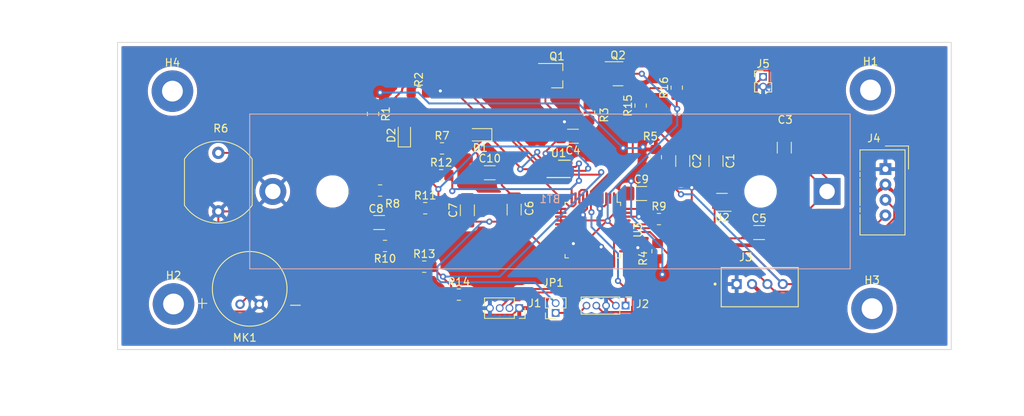
<source format=kicad_pcb>
(kicad_pcb (version 20211014) (generator pcbnew)
  (layers (0 "F.Cu" signal) (31 "B.Cu" signal) (34 "B.Paste" user) (35 "F.Paste" user) (36 "B.SilkS" user "B.Silkscreen") (37 "F.SilkS" user "F.Silkscreen") (38 "B.Mask" user) (39 "F.Mask" user) (44 "Edge.Cuts" user))
  (net 0 "")
  (net 1 "V_bat")
  (net 2 "NRST")
  (net 3 "Net-(C8-Pad1)")
  (net 4 "Net-(C8-Pad2)")
  (net 5 "Vpr")
  (net 6 "Net-(D1-Pad2)")
  (net 7 "Net-(D2-Pad1)")
  (net 8 "SDI")
  (net 9 "SWDIO")
  (net 10 "SWCLK")
  (net 11 "Net-(J2-Pad5)")
  (net 12 "SCL")
  (net 13 "SDA")
  (net 15 "Net-(R1-Pad2)")
  (net 16 "Net-(R6-Pad1)")
  (net 17 "Net-(R9-Pad1)")
  (net 18 "Net-(R11-Pad2)")
  (net 19 "MIC")
  (net 20 "Net-(R13-Pad2)")
  (net 21 "3.3V")
  (net 22 "3.3V_SENS")
  (net 23 "SENSORS_EN")
  (net 24 "Net-(Q1-Pad3)")
  (net 26 "GND")
  (net 27 "SDO")
  (net 28 "Net-(U3-Pad32)")
  (footprint "Capacitor_SMD:C_1206_3216Metric_Pad1.33x1.80mm_HandSolder" (layer "F.Cu") (at 147.24 76.22)
    (fp_text reference "C10")
    (fp_text value "0.1u" hide)
  )
  (footprint "Package_DFN_QFN:DFN-8-1EP_3x2mm_P0.5mm_EP1.75x1.45mm" (layer "F.Cu") (at 156.18 75.72)
    (fp_text reference "U1")
    (fp_text value "MCP6002-xMC" hide)
  )
  (footprint "Capacitor_SMD:C_1206_3216Metric_Pad1.33x1.80mm_HandSolder" (layer "F.Cu") (at 150.41 81.01 90)
    (fp_text reference "C6")
    (fp_text value "0.1u" hide)
  )
  (footprint "Connector:NS-Tech_Grove_1x04_P2mm_Vertical" (layer "F.Cu") (at 198.6375 75.7475)
    (fp_text reference "J4")
    (fp_text value "AM2320")
  )
  (footprint "Capacitor_SMD:C_1206_3216Metric_Pad1.33x1.80mm_HandSolder" (layer "F.Cu") (at 158.05 71.48 180)
    (fp_text reference "C4")
    (fp_text value "0.1u" hide)
  )
  (footprint "Resistor_SMD:R_0805_2012Metric_Pad1.20x1.40mm_HandSolder" (layer "F.Cu") (at 138.03 65.76)
    (fp_text reference "R2")
    (fp_text value "10k" hide)
  )
  (footprint "Resistor_SMD:R_0805_2012Metric_Pad1.20x1.40mm_HandSolder" (layer "F.Cu") (at 138.86 80.83)
    (fp_text reference "R11")
    (fp_text value "1k" hide)
  )
  (footprint "Resistor_SMD:R_0805_2012Metric_Pad1.20x1.40mm_HandSolder" (layer "F.Cu") (at 133 78.53 180)
    (fp_text reference "R8")
    (fp_text value "1k" hide)
  )
  (footprint "Resistor_SMD:R_0805_2012Metric_Pad1.20x1.40mm_HandSolder" (layer "F.Cu") (at 160.13 68.39 -90)
    (fp_text reference "R3")
    (fp_text value "10k" hide)
  )
  (footprint "Package_TO_SOT_SMD:SOT-23" (layer "F.Cu") (at 163.9 63.36)
    (fp_text reference "Q2")
    (fp_text value "SI2301DS" hide)
  )
  (footprint "Resistor_SMD:R_0805_2012Metric_Pad1.20x1.40mm_HandSolder" (layer "F.Cu") (at 171.53 65.17 90)
    (fp_text reference "R16")
    (fp_text value "100k" hide)
  )
  (footprint "Diode_SMD:D_SOD-110" (layer "F.Cu") (at 136.15 71.36 90)
    (fp_text reference "D2")
    (fp_text value "1N4728" hide)
  )
  (footprint "Resistor_SMD:R_0805_2012Metric_Pad1.20x1.40mm_HandSolder" (layer "F.Cu") (at 166.84 67.49 90)
    (fp_text reference "R15")
    (fp_text value "10k" hide)
  )
  (footprint "Resistor_SMD:R_0805_2012Metric_Pad1.20x1.40mm_HandSolder" (layer "F.Cu") (at 140.93 76.55)
    (fp_text reference "R12")
    (fp_text value "1k" hide)
  )
  (footprint "Connector_PinHeader_1.27mm:PinHeader_1x05_P1.27mm_Vertical" (layer "F.Cu") (at 164.89 93.48 -90)
    (fp_text reference "J2")
    (fp_text value "SWD")
  )
  (footprint "MountingHole:MountingHole_2.7mm_M2.5_Pad" (layer "F.Cu") (at 196.9 93.87)
    (fp_text reference "H3")
    (fp_text value "MountingHole" hide)
  )
  (footprint "Capacitor_SMD:C_1206_3216Metric_Pad1.33x1.80mm_HandSolder" (layer "F.Cu") (at 182.23 83.99)
    (fp_text reference "C5")
    (fp_text value "1u" hide)
  )
  (footprint "Package_TO_SOT_SMD:SOT-23_Handsoldering" (layer "F.Cu") (at 155.97 63.61)
    (fp_text reference "Q1")
    (fp_text value "SI2300DS" hide)
  )
  (footprint "Capacitor_SMD:C_1206_3216Metric_Pad1.33x1.80mm_HandSolder" (layer "F.Cu") (at 166.93 78.92)
    (fp_text reference "C9")
    (fp_text value "1u" hide)
  )
  (footprint "Resistor_SMD:R_0805_2012Metric_Pad1.20x1.40mm_HandSolder" (layer "F.Cu") (at 143.23 92.05)
    (fp_text reference "R14")
    (fp_text value "22k" hide)
  )
  (footprint "Resistor_SMD:R_0805_2012Metric_Pad1.20x1.40mm_HandSolder" (layer "F.Cu") (at 169.04 86.41 90)
    (fp_text reference "R4")
    (fp_text value "10k" hide)
  )
  (footprint "Capacitor_SMD:C_1206_3216Metric_Pad1.33x1.80mm_HandSolder" (layer "F.Cu") (at 185.5 72.96 -90)
    (fp_text reference "C3")
    (fp_text value "1u" hide)
  )
  (footprint "Capacitor_SMD:C_1206_3216Metric_Pad1.33x1.80mm_HandSolder" (layer "F.Cu") (at 172.31 74.7 -90)
    (fp_text reference "C2")
    (fp_text value "4.7u" hide)
  )
  (footprint "Resistor_SMD:R_0805_2012Metric_Pad1.20x1.40mm_HandSolder" (layer "F.Cu") (at 133.63 85.73 180)
    (fp_text reference "R10")
    (fp_text value "1k" hide)
  )
  (footprint "MountingHole:MountingHole_2.7mm_M2.5_Pad" (layer "F.Cu") (at 106.02 65.62)
    (fp_text reference "H4")
    (fp_text value "MountingHole" hide)
  )
  (footprint "Connector_PinSocket_1.27mm:PinSocket_1x04_P1.27mm_Vertical" (layer "F.Cu") (at 151.07 93.805 -90)
    (fp_text reference "J1")
    (fp_text value "zigbee connector")
  )
  (footprint "Resistor_SMD:R_0805_2012Metric_Pad1.20x1.40mm_HandSolder" (layer "F.Cu") (at 168.81 74.2 -90)
    (fp_text reference "R5")
    (fp_text value "10k" hide)
  )
  (footprint "microphone:MIC_AOM-6738P-R" (layer "F.Cu") (at 116.055 91.3 180)
    (fp_text reference "MK1")
    (fp_text value "AOM-6738P-R")
  )
  (footprint "Resistor_SMD:R_0805_2012Metric_Pad1.20x1.40mm_HandSolder" (layer "F.Cu") (at 132.08 68.58 -90)
    (fp_text reference "R1")
    (fp_text value "100k" hide)
  )
  (footprint "Package_TO_SOT_SMD:SOT-353_SC-70-5" (layer "F.Cu") (at 177.4 80.06 180)
    (fp_text reference "U2")
    (fp_text value "MIC5365-3.3YC5" hide)
  )
  (footprint "Capacitor_SMD:C_1206_3216Metric_Pad1.33x1.80mm_HandSolder" (layer "F.Cu") (at 176.63 74.7 -90)
    (fp_text reference "C1")
    (fp_text value "1u" hide)
  )
  (footprint "Resistor_SMD:R_0805_2012Metric_Pad1.20x1.40mm_HandSolder" (layer "F.Cu") (at 169.22 82.24)
    (fp_text reference "R9")
    (fp_text value "10k" hide)
  )
  (footprint "Resistor_SMD:R_0805_2012Metric_Pad1.20x1.40mm_HandSolder" (layer "F.Cu") (at 141.04 73.06)
    (fp_text reference "R7")
    (fp_text value "100k" hide)
  )
  (footprint "Package_QFP:LQFP-48_7x7mm_P0.5mm" (layer "F.Cu") (at 160.63 83.67 -90)
    (fp_text reference "U3")
    (fp_text value "STM32L051C8Tx" hide)
  )
  (footprint "Connector_PinSocket_1.27mm:PinSocket_1x02_P1.27mm_Vertical" (layer "F.Cu") (at 155.805 94.425 180)
    (fp_text reference "JP1")
    (fp_text value "3.3v Jumper" hide)
  )
  (footprint "MountingHole:MountingHole_2.7mm_M2.5_Pad" (layer "F.Cu") (at 196.7 65.47)
    (fp_text reference "H1")
    (fp_text value "MountingHole" hide)
  )
  (footprint "Resistor_SMD:R_0805_2012Metric_Pad1.20x1.40mm_HandSolder" (layer "F.Cu") (at 138.73 88.42)
    (fp_text reference "R13")
    (fp_text value "22k" hide)
  )
  (footprint "Connector_PinHeader_1.27mm:PinHeader_1x02_P1.27mm_Vertical" (layer "F.Cu") (at 182.75 63.76)
    (fp_text reference "J5")
    (fp_text value "Lithium_battery_conn" hide)
  )
  (footprint "1x4 grove:SEEED_110990030" (layer "F.Cu") (at 182.31 90.68)
    (fp_text reference "J3")
    (fp_text value "110990030")
  )
  (footprint "Capacitor_SMD:C_1206_3216Metric_Pad1.33x1.80mm_HandSolder" (layer "F.Cu") (at 144.33 81.1 90)
    (fp_text reference "C7")
    (fp_text value "0.1u" hide)
  )
  (footprint "Capacitor_SMD:C_1206_3216Metric_Pad1.33x1.80mm_HandSolder" (layer "F.Cu") (at 132.87 82.69)
    (fp_text reference "C8")
    (fp_text value "1u" hide)
  )
  (footprint "OptoDevice:R_LDR_10x8.5mm_P7.6mm_Vertical" (layer "F.Cu") (at 111.98 73.64 -90)
    (fp_text reference "R6")
    (fp_text value "LDR03")
  )
  (footprint "Diode_SMD:D_SOD-110" (layer "F.Cu") (at 146.01 71.29 180)
    (fp_text reference "D1")
    (fp_text value "1N4728" hide)
  )
  (footprint "MountingHole:MountingHole_2.7mm_M2.5_Pad" (layer "F.Cu") (at 106.16 93.27)
    (fp_text reference "H2")
    (fp_text value "MountingHole" hide)
  )
  (footprint "Battery:BatteryHolder_MPD_BH-18650-PC2" (layer "B.Cu") (at 191.06 78.65 180)
    (fp_text reference "BT1")
    (fp_text value "Battery_Cell")
  )
  (gr_rect (start 98.89 59.28) (end 207.19 99.19) (layer "Edge.Cuts") (width 0.1) (fill none))
  (segment (start 178.35 80.71) (end 179.263173 80.71) (width 0.25) (layer "F.Cu") (net 1))
  (segment (start 184.495 85.215) (end 191.06 78.65) (width 0.25) (layer "F.Cu") (net 1))
  (segment (start 181.925 67.8225) (end 185.5 71.3975) (width 0.25) (layer "F.Cu") (net 1))
  (segment (start 182.805 84.251827) (end 182.805 84.878173) (width 0.25) (layer "F.Cu") (net 1))
  (segment (start 176.63 73.1375) (end 179.0025 75.51) (width 0.25) (layer "F.Cu") (net 1))
  (segment (start 181.925 64.585) (end 181.925 67.8225) (width 0.25) (layer "F.Cu") (net 1))
  (segment (start 183.141827 85.215) (end 184.495 85.215) (width 0.25) (layer "F.Cu") (net 1))
  (segment (start 179.263173 80.71) (end 182.805 84.251827) (width 0.25) (layer "F.Cu") (net 1))
  (segment (start 176.63 73.1375) (end 172.31 73.1375) (width 0.25) (layer "F.Cu") (net 1))
  (segment (start 182.75 63.76) (end 181.925 64.585) (width 0.25) (layer "F.Cu") (net 1))
  (segment (start 191.06 78.65) (end 191.06 76.9575) (width 0.25) (layer "F.Cu") (net 1))
  (segment (start 187.92 75.51) (end 191.06 78.65) (width 0.25) (layer "F.Cu") (net 1))
  (segment (start 178.35 79.41) (end 178.35 74.8575) (width 0.25) (layer "F.Cu") (net 1))
  (segment (start 179.0025 75.51) (end 187.92 75.51) (width 0.25) (layer "F.Cu") (net 1))
  (segment (start 178.35 74.8575) (end 176.63 73.1375) (width 0.25) (layer "F.Cu") (net 1))
  (segment (start 182.805 84.878173) (end 183.141827 85.215) (width 0.25) (layer "F.Cu") (net 1))
  (segment (start 191.06 76.9575) (end 185.5 71.3975) (width 0.25) (layer "F.Cu") (net 1))
  (segment (start 160.38 81.28) (end 160.45 81.35) (width 0.25) (layer "F.Cu") (net 2))
  (segment (start 160.38 79.5075) (end 160.38 78.65) (width 0.25) (layer "F.Cu") (net 2))
  (segment (start 160.38 78.65) (end 162.65 76.38) (width 0.25) (layer "F.Cu") (net 2))
  (segment (start 164.89 93.48) (end 164.89 91.26) (width 0.25) (layer "F.Cu") (net 2))
  (segment (start 160.38 79.5075) (end 160.38 81.28) (width 0.25) (layer "F.Cu") (net 2))
  (segment (start 159.6125 70.3575) (end 159.97 70) (width 0.25) (layer "F.Cu") (net 2))
  (segment (start 163.48 75.3475) (end 159.6125 71.48) (width 0.25) (layer "F.Cu") (net 2))
  (segment (start 163.48 76.38) (end 163.48 75.3475) (width 0.25) (layer "F.Cu") (net 2))
  (segment (start 159.6125 71.48) (end 159.6125 70.3575) (width 0.25) (layer "F.Cu") (net 2))
  (segment (start 162.65 76.38) (end 163.48 76.38) (width 0.25) (layer "F.Cu") (net 2))
  (segment (start 164.89 91.26) (end 163.9 90.27) (width 0.25) (layer "F.Cu") (net 2))
  (via (at 163.9 90.27) (size 0.8) (drill 0.4) (layers "F.Cu" "B.Cu") (net 2))
  (via (at 160.45 81.35) (size 0.8) (drill 0.4) (layers "F.Cu" "B.Cu") (net 2))
  (segment (start 163.9 90.27) (end 163.9 86.715305) (width 0.25) (layer "B.Cu") (net 2))
  (segment (start 163.9 86.715305) (end 160.45 83.265305) (width 0.25) (layer "B.Cu") (net 2))
  (segment (start 160.45 83.265305) (end 160.45 81.35) (width 0.25) (layer "B.Cu") (net 2))
  (segment (start 122.375 85.73) (end 132.63 85.73) (width 0.25) (layer "F.Cu") (net 3))
  (segment (start 132.63 84.0125) (end 132.63 85.73) (width 0.25) (layer "F.Cu") (net 3))
  (segment (start 114.805 93.3) (end 122.375 85.73) (width 0.25) (layer "F.Cu") (net 3))
  (segment (start 131.3075 82.69) (end 132.63 84.0125) (width 0.25) (layer "F.Cu") (net 3))
  (segment (start 136.2925 80.83) (end 137.86 80.83) (width 0.25) (layer "F.Cu") (net 4))
  (segment (start 134.4325 82.69) (end 136.2925 80.83) (width 0.25) (layer "F.Cu") (net 4))
  (segment (start 152.73 75.76) (end 151.2 75.76) (width 0.25) (layer "F.Cu") (net 5))
  (segment (start 153.41 73.875) (end 153.41 73.53) (width 0.25) (layer "F.Cu") (net 5))
  (segment (start 145.19 73.06) (end 146.96 71.29) (width 0.25) (layer "F.Cu") (net 5))
  (segment (start 158.120685 80.57) (end 157.54 80.57) (width 0.25) (layer "F.Cu") (net 5))
  (segment (start 142.04 73.06) (end 145.19 73.06) (width 0.25) (layer "F.Cu") (net 5))
  (segment (start 158.38 80.310685) (end 158.120685 80.57) (width 0.25) (layer "F.Cu") (net 5))
  (segment (start 158.38 79.5075) (end 158.38 80.310685) (width 0.25) (layer "F.Cu") (net 5))
  (segment (start 145.6775 73.8375) (end 145.03 73.19) (width 0.25) (layer "F.Cu") (net 5))
  (segment (start 146.96 71.29) (end 151.2 75.53) (width 0.25) (layer "F.Cu") (net 5))
  (segment (start 145.6775 76.22) (end 145.6775 73.8375) (width 0.25) (layer "F.Cu") (net 5))
  (segment (start 154.505 74.97) (end 153.41 73.875) (width 0.25) (layer "F.Cu") (net 5))
  (segment (start 154.73 74.97) (end 154.505 74.97) (width 0.25) (layer "F.Cu") (net 5))
  (segment (start 157.54 80.57) (end 152.73 75.76) (width 0.25) (layer "F.Cu") (net 5))
  (segment (start 151.2 75.53) (end 151.2 75.76) (width 0.25) (layer "F.Cu") (net 5))
  (via (at 151.2 75.76) (size 0.8) (drill 0.4) (layers "F.Cu" "B.Cu") (net 5))
  (via (at 153.41 73.53) (size 0.8) (drill 0.4) (layers "F.Cu" "B.Cu") (net 5))
  (segment (start 153.41 73.55) (end 151.6 75.36) (width 0.25) (layer "B.Cu") (net 5))
  (segment (start 151.6 75.36) (end 151.3 75.66) (width 0.25) (layer "B.Cu") (net 5))
  (segment (start 153.41 73.53) (end 153.41 73.55) (width 0.25) (layer "B.Cu") (net 5))
  (segment (start 151.3 75.66) (end 151.11 75.66) (width 0.25) (layer "B.Cu") (net 5))
  (segment (start 145.06 71.29) (end 144.05 70.28) (width 0.25) (layer "F.Cu") (net 6))
  (segment (start 136.28 70.28) (end 136.15 70.41) (width 0.25) (layer "F.Cu") (net 6))
  (segment (start 144.05 70.28) (end 136.28 70.28) (width 0.25) (layer "F.Cu") (net 6))
  (segment (start 136.891827 64.285) (end 135.85 65.326827) (width 0.25) (layer "F.Cu") (net 7))
  (segment (start 154.166396 75.445) (end 143.006396 64.285) (width 0.25) (layer "F.Cu") (net 7))
  (segment (start 154.725 75.445) (end 154.166396 75.445) (width 0.25) (layer "F.Cu") (net 7))
  (segment (start 154.73 75.47) (end 154.73 75.45) (width 0.25) (layer "F.Cu") (net 7))
  (segment (start 154.73 75.45) (end 154.725 75.445) (width 0.25) (layer "F.Cu") (net 7))
  (segment (start 131.055 70.168173) (end 133.196827 72.31) (width 0.25) (layer "F.Cu") (net 7))
  (segment (start 135.85 65.326827) (end 135.85 65.573173) (width 0.25) (layer "F.Cu") (net 7))
  (segment (start 133.196827 72.31) (end 136.15 72.31) (width 0.25) (layer "F.Cu") (net 7))
  (segment (start 136.15 74.38) (end 132 78.53) (width 0.25) (layer "F.Cu") (net 7))
  (segment (start 132.768173 68.655) (end 131.391827 68.655) (width 0.25) (layer "F.Cu") (net 7))
  (segment (start 131.391827 68.655) (end 131.055 68.991827) (width 0.25) (layer "F.Cu") (net 7))
  (segment (start 135.85 65.573173) (end 132.768173 68.655) (width 0.25) (layer "F.Cu") (net 7))
  (segment (start 136.15 72.31) (end 136.15 74.38) (width 0.25) (layer "F.Cu") (net 7))
  (segment (start 131.055 68.991827) (end 131.055 70.168173) (width 0.25) (layer "F.Cu") (net 7))
  (segment (start 143.006396 64.285) (end 136.891827 64.285) (width 0.25) (layer "F.Cu") (net 7))
  (segment (start 151.811802 91.451802) (end 151.943604 91.32) (width 0.25) (layer "F.Cu") (net 8))
  (segment (start 148.53 93.805) (end 150.883198 91.451802) (width 0.25) (layer "F.Cu") (net 8))
  (segment (start 160.38 88.73) (end 160.38 87.8325) (width 0.25) (layer "F.Cu") (net 8))
  (segment (start 157.79 91.32) (end 160.38 88.73) (width 0.25) (layer "F.Cu") (net 8))
  (segment (start 151.943604 91.32) (end 157.79 91.32) (width 0.25) (layer "F.Cu") (net 8))
  (segment (start 150.883198 91.451802) (end 151.811802 91.451802) (width 0.25) (layer "F.Cu") (net 8))
  (segment (start 162.38 87.8325) (end 162.38 92.24) (width 0.25) (layer "F.Cu") (net 9))
  (segment (start 162.38 92.24) (end 163.62 93.48) (width 0.25) (layer "F.Cu") (net 9))
  (segment (start 165.72 89.12) (end 164.7925 88.1925) (width 0.25) (layer "F.Cu") (net 10))
  (segment (start 165.715 94.305) (end 165.72 94.3) (width 0.25) (layer "F.Cu") (net 10))
  (segment (start 161.08 93.48) (end 161.905 94.305) (width 0.25) (layer "F.Cu") (net 10))
  (segment (start 165.72 94.3) (end 165.72 89.12) (width 0.25) (layer "F.Cu") (net 10))
  (segment (start 161.905 94.305) (end 165.715 94.305) (width 0.25) (layer "F.Cu") (net 10))
  (segment (start 164.7925 88.1925) (end 164.7925 86.42) (width 0.25) (layer "F.Cu") (net 10))
  (segment (start 155.805 94.425) (end 158.865 94.425) (width 0.25) (layer "F.Cu") (net 11))
  (segment (start 158.865 94.425) (end 159.81 93.48) (width 0.25) (layer "F.Cu") (net 11))
  (segment (start 199.78 80.89) (end 198.6375 79.7475) (width 0.25) (layer "F.Cu") (net 12))
  (segment (start 170.59 86.96) (end 179.59 86.96) (width 0.25) (layer "F.Cu") (net 12))
  (segment (start 169.04 84.91) (end 168.05 83.92) (width 0.25) (layer "F.Cu") (net 12))
  (segment (start 179.59 86.96) (end 183.31 90.68) (width 0.25) (layer "F.Cu") (net 12))
  (segment (start 169.04 85.41) (end 169.04 84.91) (width 0.25) (layer "F.Cu") (net 12))
  (segment (start 199.78 82.142251) (end 199.78 80.89) (width 0.25) (layer "F.Cu") (net 12))
  (segment (start 184.289 91.659) (end 190.263251 91.659) (width 0.25) (layer "F.Cu") (net 12))
  (segment (start 183.31 90.68) (end 184.289 91.659) (width 0.25) (layer "F.Cu") (net 12))
  (segment (start 169.04 85.41) (end 170.59 86.96) (width 0.25) (layer "F.Cu") (net 12))
  (segment (start 190.263251 91.659) (end 199.78 82.142251) (width 0.25) (layer "F.Cu") (net 12))
  (segment (start 168.05 83.92) (end 164.7925 83.92) (width 0.25) (layer "F.Cu") (net 12))
  (segment (start 181.14 86.51) (end 185.31 90.68) (width 0.25) (layer "F.Cu") (net 13))
  (segment (start 169.143604 83.42) (end 172.233604 86.51) (width 0.25) (layer "F.Cu") (net 13))
  (segment (start 168.81 75.75) (end 172.08 79.02) (width 0.25) (layer "F.Cu") (net 13))
  (segment (start 164.7925 83.42) (end 169.143604 83.42) (width 0.25) (layer "F.Cu") (net 13))
  (segment (start 172.233604 86.51) (end 181.14 86.51) (width 0.25) (layer "F.Cu") (net 13))
  (segment (start 189.705 90.68) (end 198.6375 81.7475) (width 0.25) (layer "F.Cu") (net 13))
  (segment (start 185.31 90.68) (end 189.705 90.68) (width 0.25) (layer "F.Cu") (net 13))
  (segment (start 168.81 75.2) (end 168.81 75.75) (width 0.25) (layer "F.Cu") (net 13))
  (via (at 172.08 79.02) (size 0.8) (drill 0.4) (layers "F.Cu" "B.Cu") (net 13))
  (segment (start 172.08 79.02) (end 173.65 79.02) (width 0.25) (layer "B.Cu") (net 13))
  (segment (start 173.65 79.02) (end 185.31 90.68) (width 0.25) (layer "B.Cu") (net 13))
  (segment (start 147.665 69.58) (end 154.055 75.97) (width 0.25) (layer "F.Cu") (net 15))
  (segment (start 137.03 65.76) (end 138.055 64.735) (width 0.25) (layer "F.Cu") (net 15))
  (segment (start 154.055 75.97) (end 154.73 75.97) (width 0.25) (layer "F.Cu") (net 15))
  (segment (start 141.795 64.735) (end 146.64 69.58) (width 0.25) (layer "F.Cu") (net 15))
  (segment (start 146.64 69.58) (end 147.665 69.58) (width 0.25) (layer "F.Cu") (net 15))
  (segment (start 138.055 64.735) (end 141.795 64.735) (width 0.25) (layer "F.Cu") (net 15))
  (segment (start 132.08 69.58) (end 146.64 69.58) (width 0.25) (layer "F.Cu") (net 15))
  (segment (start 132.975 79.555) (end 134 78.53) (width 0.25) (layer "F.Cu") (net 16))
  (segment (start 125.496827 73.64) (end 131.411827 79.555) (width 0.25) (layer "F.Cu") (net 16))
  (segment (start 131.411827 79.555) (end 132.975 79.555) (width 0.25) (layer "F.Cu") (net 16))
  (segment (start 134 78.53) (end 139.47 73.06) (width 0.25) (layer "F.Cu") (net 16))
  (segment (start 111.98 73.64) (end 125.496827 73.64) (width 0.25) (layer "F.Cu") (net 16))
  (segment (start 139.47 73.06) (end 140.04 73.06) (width 0.25) (layer "F.Cu") (net 16))
  (segment (start 167.54 82.92) (end 168.22 82.24) (width 0.25) (layer "F.Cu") (net 17))
  (segment (start 164.7925 82.92) (end 167.54 82.92) (width 0.25) (layer "F.Cu") (net 17))
  (segment (start 139.93 76.55) (end 139.93 77.71) (width 0.25) (layer "F.Cu") (net 18))
  (segment (start 139.93 77.71) (end 140.57 78.35) (width 0.25) (layer "F.Cu") (net 18))
  (segment (start 140.57 78.35) (end 140.57 80.12) (width 0.25) (layer "F.Cu") (net 18))
  (segment (start 140.57 80.12) (end 139.86 80.83) (width 0.25) (layer "F.Cu") (net 18))
  (segment (start 157.63 75.97) (end 159.72 75.97) (width 0.25) (layer "F.Cu") (net 18))
  (segment (start 159.72 75.97) (end 160.02 75.67) (width 0.25) (layer "F.Cu") (net 18))
  (via (at 160.02 75.67) (size 0.8) (drill 0.4) (layers "F.Cu" "B.Cu") (net 18))
  (via (at 140.57 78.35) (size 0.8) (drill 0.4) (layers "F.Cu" "B.Cu") (net 18))
  (segment (start 157.640305 72.805) (end 160.02 75.184695) (width 0.25) (layer "B.Cu") (net 18))
  (segment (start 140.57 78.35) (end 146.115 72.805) (width 0.25) (layer "B.Cu") (net 18))
  (segment (start 160.02 75.184695) (end 160.02 75.67) (width 0.25) (layer "B.Cu") (net 18))
  (segment (start 146.115 72.805) (end 157.640305 72.805) (width 0.25) (layer "B.Cu") (net 18))
  (segment (start 141.93 76.55) (end 142.37 76.99) (width 0.25) (layer "F.Cu") (net 19))
  (segment (start 142.37 76.99) (end 142.37 78.6) (width 0.25) (layer "F.Cu") (net 19))
  (segment (start 157.88 78.23) (end 157.88 79.5075) (width 0.25) (layer "F.Cu") (net 19))
  (segment (start 158.83 77.26) (end 158.83 77.28) (width 0.25) (layer "F.Cu") (net 19))
  (segment (start 158.83 77.28) (end 157.88 78.23) (width 0.25) (layer "F.Cu") (net 19))
  (segment (start 157.63 75.47) (end 158.38 75.47) (width 0.25) (layer "F.Cu") (net 19))
  (segment (start 158.38 75.47) (end 158.83 75.02) (width 0.25) (layer "F.Cu") (net 19))
  (via (at 142.37 78.6) (size 0.8) (drill 0.4) (layers "F.Cu" "B.Cu") (net 19))
  (via (at 158.83 77.26) (size 0.8) (drill 0.4) (layers "F.Cu" "B.Cu") (net 19))
  (via (at 158.83 75.02) (size 0.8) (drill 0.4) (layers "F.Cu" "B.Cu") (net 19))
  (segment (start 158.83 77.26) (end 158.83 75.02) (width 0.25) (layer "B.Cu") (net 19))
  (segment (start 142.624999 78.345001) (end 142.37 78.6) (width 0.25) (layer "B.Cu") (net 19))
  (segment (start 158.83 77.26) (end 157.744999 78.345001) (width 0.25) (layer "B.Cu") (net 19))
  (segment (start 157.744999 78.345001) (end 142.624999 78.345001) (width 0.25) (layer "B.Cu") (net 19))
  (segment (start 161.4 76.47) (end 161.72 76.15) (width 0.25) (layer "F.Cu") (net 20))
  (segment (start 157.63 76.47) (end 161.4 76.47) (width 0.25) (layer "F.Cu") (net 20))
  (segment (start 142.23 90.92) (end 142.23 92.05) (width 0.25) (layer "F.Cu") (net 20))
  (segment (start 139.73 88.42) (end 142.23 90.92) (width 0.25) (layer "F.Cu") (net 20))
  (via (at 161.72 76.15) (size 0.8) (drill 0.4) (layers "F.Cu" "B.Cu") (net 20))
  (via (at 141.16 89.71) (size 0.8) (drill 0.4) (layers "F.Cu" "B.Cu") (net 20))
  (segment (start 148.525305 89.71) (end 141.16 89.71) (width 0.25) (layer "B.Cu") (net 20))
  (segment (start 161.72 76.15) (end 161.72 76.515305) (width 0.25) (layer "B.Cu") (net 20))
  (segment (start 161.72 76.515305) (end 148.525305 89.71) (width 0.25) (layer "B.Cu") (net 20))
  (segment (start 154.72 86.42) (end 156.4675 86.42) (width 0.25) (layer "F.Cu") (net 21))
  (segment (start 163.38 79.5075) (end 163.989315 80.116815) (width 0.25) (layer "F.Cu") (net 21))
  (segment (start 147.1875 82.5725) (end 144.42 82.5725) (width 0.25) (layer "F.Cu") (net 21))
  (segment (start 159.38 80.624695) (end 158.615 81.389695) (width 0.25) (layer "F.Cu") (net 21))
  (segment (start 171.53 67.86) (end 171.59 67.92) (width 0.25) (layer "F.Cu") (net 21))
  (segment (start 163.989315 80.92) (end 164.7925 80.92) (width 0.25) (layer "F.Cu") (net 21))
  (segment (start 164.7925 80.92) (end 168.52 80.92) (width 0.25) (layer "F.Cu") (net 21))
  (segment (start 176.45 80.71) (end 176.45 83.15) (width 0.25) (layer "F.Cu") (net 21))
  (segment (start 163.38 79.5075) (end 164.78 79.5075) (width 0.25) (layer "F.Cu") (net 21))
  (segment (start 164.8375 63.36) (end 163.14 63.36) (width 0.25) (layer "F.Cu") (net 21))
  (segment (start 171.1 84.74) (end 178.04 84.74) (width 0.25) (layer "F.Cu") (net 21))
  (segment (start 159.039695 82.415) (end 162.494315 82.415) (width 0.25) (layer "F.Cu") (net 21))
  (segment (start 163.14 63.36) (end 162.83 63.67) (width 0.25) (layer "F.Cu") (net 21))
  (segment (start 156.4675 86.42) (end 158.489315 86.42) (width 0.25) (layer "F.Cu") (net 21))
  (segment (start 178.04 84.74) (end 179.9175 84.74) (width 0.25) (layer "F.Cu") (net 21))
  (segment (start 163.989315 80.116815) (end 163.989315 80.92) (width 0.25) (layer "F.Cu") (net 21))
  (segment (start 159.38 79.5075) (end 159.38 80.624695) (width 0.25) (layer "F.Cu") (net 21))
  (segment (start 150.41 82.5725) (end 147.1875 82.5725) (width 0.25) (layer "F.Cu") (net 21))
  (segment (start 150.41 82.5725) (end 150.8725 82.5725) (width 0.25) (layer "F.Cu") (net 21))
  (segment (start 158.615 81.389695) (end 158.615 81.990305) (width 0.25) (layer "F.Cu") (net 21))
  (segment (start 164.8375 63.36) (end 166.99 63.36) (width 0.25) (layer "F.Cu") (net 21))
  (segment (start 163.38 87.8325) (end 163.38 83.300685) (width 0.25) (layer "F.Cu") (net 21))
  (segment (start 150.8725 82.5725) (end 154.72 86.42) (width 0.25) (layer "F.Cu") (net 21))
  (segment (start 169.295 82.935) (end 171.1 84.74) (width 0.25) (layer "F.Cu") (net 21))
  (segment (start 144.42 82.5725) (end 144.33 82.6625) (width 0.25) (layer "F.Cu") (net 21))
  (segment (start 160.13 65.05) (end 160.13 67.39) (width 0.25) (layer "F.Cu") (net 21))
  (segment (start 176.45 83.15) (end 178.04 84.74) (width 0.25) (layer "F.Cu") (net 21))
  (segment (start 161.51 63.67) (end 160.13 65.05) (width 0.25) (layer "F.Cu") (net 21))
  (segment (start 158.489315 86.42) (end 162.494315 82.415) (width 0.25) (layer "F.Cu") (net 21))
  (segment (start 162.83 63.67) (end 161.51 63.67) (width 0.25) (layer "F.Cu") (net 21))
  (segment (start 169.295 81.695) (end 169.295 82.935) (width 0.25) (layer "F.Cu") (net 21))
  (segment (start 162.494315 82.415) (end 163.989315 80.92) (width 0.25) (layer "F.Cu") (net 21))
  (segment (start 168.52 80.92) (end 169.295 81.695) (width 0.25) (layer "F.Cu") (net 21))
  (segment (start 162.559658 82.480342) (end 162.494315 82.415) (width 0.25) (layer "F.Cu") (net 21))
  (segment (start 164.78 79.5075) (end 165.3675 78.92) (width 0.25) (layer "F.Cu") (net 21))
  (segment (start 163.38 83.300685) (end 162.559658 82.480342) (width 0.25) (layer "F.Cu") (net 21))
  (segment (start 179.9175 84.74) (end 180.6675 83.99) (width 0.25) (layer "F.Cu") (net 21))
  (segment (start 158.615 81.990305) (end 159.039695 82.415) (width 0.25) (layer "F.Cu") (net 21))
  (segment (start 171.53 66.17) (end 171.53 67.86) (width 0.25) (layer "F.Cu") (net 21))
  (via (at 171.59 67.92) (size 0.8) (drill 0.4) (layers "F.Cu" "B.Cu") (net 21))
  (via (at 166.99 63.36) (size 0.8) (drill 0.4) (layers "F.Cu" "B.Cu") (net 21))
  (via (at 147.1875 82.5725) (size 0.8) (drill 0.4) (layers "F.Cu" "B.Cu") (net 21))
  (via (at 162.559658 82.480342) (size 0.8) (drill 0.4) (layers "F.Cu" "B.Cu") (net 21))
  (segment (start 171.55 67.92) (end 171.59 67.92) (width 0.25) (layer "B.Cu") (net 21))
  (segment (start 140.859695 90.435) (end 140.435 90.010305) (width 0.25) (layer "B.Cu") (net 21))
  (segment (start 155.805 93.155) (end 153.085 90.435) (width 0.25) (layer "B.Cu") (net 21))
  (segment (start 166.99 63.36) (end 171.55 67.92) (width 0.25) (layer "B.Cu") (net 21))
  (segment (start 144.69 84.17) (end 146.25 82.61) (width 0.25) (layer "B.Cu") (net 21))
  (segment (start 162.559658 82.480342) (end 162.559658 79.100342) (width 0.25) (layer "B.Cu") (net 21))
  (segment (start 171.59 70.07) (end 171.59 67.92) (width 0.25) (layer "B.Cu") (net 21))
  (segment (start 140.435 88.425) (end 144.69 84.17) (width 0.25) (layer "B.Cu") (net 21))
  (segment (start 162.559658 79.100342) (end 171.59 70.07) (width 0.25) (layer "B.Cu") (net 21))
  (segment (start 146.25 82.61) (end 147.17 82.61) (width 0.25) (layer "B.Cu") (net 21))
  (segment (start 140.435 90.010305) (end 140.435 88.425) (width 0.25) (layer "B.Cu") (net 21))
  (segment (start 153.085 90.435) (end 140.859695 90.435) (width 0.25) (layer "B.Cu") (net 21))
  (segment (start 157.63 70.276827) (end 159.514327 68.3925) (width 0.25) (layer "F.Cu") (net 22))
  (segment (start 143.226827 94.66) (end 150.215 94.66) (width 0.25) (layer "F.Cu") (net 22))
  (segment (start 162.9625 64.31) (end 162.9625 68.3925) (width 0.25) (layer "F.Cu") (net 22))
  (segment (start 167.13 75.78) (end 167.13 72.88) (width 0.25) (layer "F.Cu") (net 22))
  (segment (start 162.9625 68.3925) (end 162.9625 71.4225) (width 0.25) (layer "F.Cu") (net 22))
  (segment (start 134.63 85.73) (end 137.32 88.42) (width 0.25) (layer "F.Cu") (net 22))
  (segment (start 137.32 88.42) (end 137.73 88.42) (width 0.25) (layer "F.Cu") (net 22))
  (segment (start 169.04 88.81) (end 169.66 89.43) (width 0.25) (layer "F.Cu") (net 22))
  (segment (start 157.63 74.97) (end 157.63 70.276827) (width 0.25) (layer "F.Cu") (net 22))
  (segment (start 165.61 77.3) (end 167.13 75.78) (width 0.25) (layer "F.Cu") (net 22))
  (segment (start 137.73 88.42) (end 137.73 89.163173) (width 0.25) (layer "F.Cu") (net 22))
  (segment (start 159.514327 68.3925) (end 162.9625 68.3925) (width 0.25) (layer "F.Cu") (net 22))
  (segment (start 162.9625 71.4225) (end 164.56 73.02) (width 0.25) (layer "F.Cu") (net 22))
  (segment (start 169.04 87.41) (end 169.04 88.81) (width 0.25) (layer "F.Cu") (net 22))
  (segment (start 137.73 89.163173) (end 143.226827 94.66) (width 0.25) (layer "F.Cu") (net 22))
  (segment (start 133 66.66) (end 132.08 67.58) (width 0.25) (layer "F.Cu") (net 22))
  (segment (start 164.56 73.02) (end 164.7 73.16) (width 0.25) (layer "F.Cu") (net 22))
  (segment (start 133 65.8) (end 133 66.66) (width 0.25) (layer "F.Cu") (net 22))
  (segment (start 150.215 94.66) (end 151.07 93.805) (width 0.25) (layer "F.Cu") (net 22))
  (via (at 165.61 77.3) (size 0.8) (drill 0.4) (layers "F.Cu" "B.Cu") (net 22))
  (via (at 164.56 73.02) (size 0.8) (drill 0.4) (layers "F.Cu" "B.Cu") (net 22))
  (via (at 133 65.8) (size 0.8) (drill 0.4) (layers "F.Cu" "B.Cu") (net 22))
  (via (at 169.66 89.43) (size 0.8) (drill 0.4) (layers "F.Cu" "B.Cu") (net 22))
  (via (at 167.13 72.88) (size 0.8) (drill 0.4) (layers "F.Cu" "B.Cu") (net 22))
  (segment (start 133.42 65.8) (end 137.95 65.8) (width 0.25) (layer "B.Cu") (net 22))
  (segment (start 165.61 81.945305) (end 169.66 85.995305) (width 0.25) (layer "B.Cu") (net 22))
  (segment (start 158.755 67.215) (end 164.56 73.02) (width 0.25) (layer "B.Cu") (net 22))
  (segment (start 166.99 73.02) (end 167.13 72.88) (width 0.25) (layer "B.Cu") (net 22))
  (segment (start 139.365 67.215) (end 158.755 67.215) (width 0.25) (layer "B.Cu") (net 22))
  (segment (start 164.56 73.02) (end 166.99 73.02) (width 0.25) (layer "B.Cu") (net 22))
  (segment (start 137.95 65.8) (end 139.365 67.215) (width 0.25) (layer "B.Cu") (net 22))
  (segment (start 165.61 77.3) (end 165.61 81.945305) (width 0.25) (layer "B.Cu") (net 22))
  (segment (start 133 65.8) (end 133.42 65.8) (width 0.25) (layer "B.Cu") (net 22))
  (segment (start 169.66 85.995305) (end 169.66 89.43) (width 0.25) (layer "B.Cu") (net 22))
  (segment (start 155.345 61.785) (end 170.758173 61.785) (width 0.25) (layer "F.Cu") (net 23))
  (segment (start 172.555 63.581827) (end 172.555 64.758173) (width 0.25) (layer "F.Cu") (net 23))
  (segment (start 161.88 79.5075) (end 161.88 78.704315) (width 0.25) (layer "F.Cu") (net 23))
  (segment (start 165.815 67.515) (end 166.84 66.49) (width 0.25) (layer "F.Cu") (net 23))
  (segment (start 172.555 64.758173) (end 172.083173 65.23) (width 0.25) (layer "F.Cu") (net 23))
  (segment (start 168.1 65.23) (end 166.84 66.49) (width 0.25) (layer "F.Cu") (net 23))
  (segment (start 154.47 62.66) (end 155.345 61.785) (width 0.25) (layer "F.Cu") (net 23))
  (segment (start 165.815 74.769315) (end 165.815 67.515) (width 0.25) (layer "F.Cu") (net 23))
  (segment (start 170.758173 61.785) (end 172.555 63.581827) (width 0.25) (layer "F.Cu") (net 23))
  (segment (start 161.88 78.704315) (end 165.815 74.769315) (width 0.25) (layer "F.Cu") (net 23))
  (segment (start 172.083173 65.23) (end 168.1 65.23) (width 0.25) (layer "F.Cu") (net 23))
  (segment (start 162.9625 62.41) (end 169.77 62.41) (width 0.25) (layer "F.Cu") (net 24))
  (segment (start 160.87 63.12) (end 162.2525 63.12) (width 0.25) (layer "F.Cu") (net 24))
  (segment (start 169.77 62.41) (end 171.53 64.17) (width 0.25) (layer "F.Cu") (net 24))
  (segment (start 160.38 63.61) (end 160.87 63.12) (width 0.25) (layer "F.Cu") (net 24))
  (segment (start 162.2525 63.12) (end 162.9625 62.41) (width 0.25) (layer "F.Cu") (net 24))
  (segment (start 157.47 63.61) (end 160.38 63.61) (width 0.25) (layer "F.Cu") (net 24))
  (segment (start 160.88 80.23) (end 161.53 80.88) (width 0.25) (layer "F.Cu") (net 26))
  (segment (start 156.4875 70.0525) (end 156.4875 71.48) (width 0.25) (layer "F.Cu") (net 26))
  (segment (start 156.18 75.72) (end 156.18 75.41) (width 0.25) (layer "F.Cu") (net 26))
  (segment (start 158.88 79.5075) (end 158.88 78.704315) (width 0.25) (layer "F.Cu") (net 26))
  (segment (start 166.84 68.49) (end 166.84 68.53) (width 0.25) (layer "F.Cu") (net 26))
  (segment (start 166.84 68.53) (end 171.085 72.775) (width 0.25) (layer "F.Cu") (net 26))
  (segment (start 156.9175 84.733604) (end 156.653896 84.47) (width 0.25) (layer "F.Cu") (net 26))
  (segment (start 159.88 79.5075) (end 159.88 80.894695) (width 0.25) (layer "F.Cu") (net 26))
  (segment (start 112.65 92.472947) (end 112.65 93.09) (width 0.25) (layer "F.Cu") (net 26))
  (segment (start 111.98 91.802947) (end 112.65 92.472947) (width 0.25) (layer "F.Cu") (net 26))
  (segment (start 176.63 76.2625) (end 172.31 76.2625) (width 0.25) (layer "F.Cu") (net 26))
  (segment (start 156.4675 84.42) (end 156.4675 80.92) (width 0.25) (layer "F.Cu") (net 26))
  (segment (start 150.41 79.4475) (end 151.8825 80.92) (width 0.25) (layer "F.Cu") (net 26))
  (segment (start 181.43 70.4525) (end 185.5 74.5225) (width 0.25) (layer "F.Cu") (net 26))
  (segment (start 170.22 82.24) (end 172.57 82.24) (width 0.25) (layer "F.Cu") (net 26))
  (segment (start 111.98 81.24) (end 116.47 81.24) (width 0.25) (layer "F.Cu") (net 26))
  (segment (start 172.57 82.24) (end 173.48 83.15) (width 0.25) (layer "F.Cu") (net 26))
  (segment (start 156.18 75.41) (end 154.5 73.73) (width 0.25) (layer "F.Cu") (net 26))
  (segment (start 161.38 80.310685) (end 161.639315 80.57) (width 0.25) (layer "F.Cu") (net 26))
  (segment (start 161.639315 80.57) (end 162.120685 80.57) (width 0.25) (layer "F.Cu") (net 26))
  (segment (start 168.4925 78.92) (end 170.22 80.6475) (width 0.25) (layer "F.Cu") (net 26))
  (segment (start 176.63 76.2625) (end 177.7 77.3325) (width 0.25) (layer "F.Cu") (net 26))
  (segment (start 159.139315 78.445) (end 159.675 78.445) (width 0.25) (layer "F.Cu") (net 26))
  (segment (start 139.03 65.76) (end 140.65 65.76) (width 0.25) (layer "F.Cu") (net 26))
  (segment (start 112.65 93.09) (end 113.799 94.239) (width 0.25) (layer "F.Cu") (net 26))
  (segment (start 164.7925 81.92) (end 166.61 81.92) (width 0.25) (layer "F.Cu") (net 26))
  (segment (start 159.88 80.894695) (end 159.34 81.434695) (width 0.25) (layer "F.Cu") (net 26))
  (segment (start 173.48 78.15) (end 173.48 83.15) (width 0.25) (layer "F.Cu") (net 26))
  (segment (start 116.47 81.24) (end 119.06 78.65) (width 0.25) (layer "F.Cu") (net 26))
  (segment (start 162.120685 80.57) (end 162.38 80.310685) (width 0.25) (layer "F.Cu") (net 26))
  (segment (start 151.8825 80.92) (end 156.4675 80.92) (width 0.25) (layer "F.Cu") (net 26))
  (segment (start 147.26 93.805) (end 145.985 93.805) (width 0.25) (layer "F.Cu") (net 26))
  (segment (start 156.4675 85.92) (end 157.61 85.92) (width 0.25) (layer "F.Cu") (net 26))
  (segment (start 148.8025 76.22) (end 148.8025 77.84) (width 0.25) (layer "F.Cu") (net 26))
  (segment (start 156.94 69.6) (end 156.4875 70.0525) (width 0.25) (layer "F.Cu") (net 26))
  (segment (start 150.41 79.4475) (end 144.42 79.4475) (width 0.25) (layer "F.Cu") (net 26))
  (segment (start 162.38 80.310685) (end 162.38 79.5075) (width 0.25) (layer "F.Cu") (net 26))
  (segment (start 159.88 87.8325) (end 159.88 86.67) (width 0.25) (layer "F.Cu") (net 26))
  (segment (start 154.5 73.73) (end 154.5 73.4675) (width 0.25) (layer "F.Cu") (net 26))
  (segment (start 171.421827 74.125) (end 172.31 74.125) (width 0.25) (layer "F.Cu") (net 26))
  (segment (start 154.47 64.56) (end 154.47 67.13) (width 0.25) (layer "F.Cu") (net 26))
  (segment (start 183.7925 83.99) (end 179.8625 80.06) (width 0.25) (layer "F.Cu") (net 26))
  (segment (start 113.799 94.239) (end 116.366 94.239) (width 0.25) (layer "F.Cu") (net 26))
  (segment (start 179.8625 80.06) (end 178.35 80.06) (width 0.25) (layer "F.Cu") (net 26))
  (segment (start 177.7 77.3325) (end 177.7 79.82) (width 0.25) (layer "F.Cu") (net 26))
  (segment (start 164.7925 85.92) (end 166.44 85.92) (width 0.25) (layer "F.Cu") (net 26))
  (segment (start 172.31 76.2625) (end 173.48 77.4325) (width 0.25) (layer "F.Cu") (net 26))
  (segment (start 157.88 87.8325) (end 159.88 87.8325) (width 0.25) (layer "F.Cu") (net 26))
  (segment (start 140.65 65.76) (end 140.82 65.59) (width 0.25) (layer "F.Cu") (net 26))
  (segment (start 181.925 62.935) (end 181.43 63.43) (width 0.25) (layer "F.Cu") (net 26))
  (segment (start 159.34 81.434695) (end 159.34 81.69) (width 0.25) (layer "F.Cu") (net 26))
  (segment (start 156.9175 85.47) (end 156.9175 84.733604) (width 0.25) (layer "F.Cu") (net 26))
  (segment (start 164.7925 81.42) (end 164.7925 82.42) (width 0.25) (layer "F.Cu") (net 26))
  (segment (start 154.73 76.47) (end 155.43 76.47) (width 0.25) (layer "F.Cu") (net 26))
  (segment (start 154.5 73.4675) (end 156.4875 71.48) (width 0.25) (layer "F.Cu") (net 26))
  (segment (start 177.94 80.06) (end 178.35 80.06) (width 0.25) (layer "F.Cu") (net 26))
  (segment (start 160.88 79.5075) (end 161.38 79.5075) (width 0.25) (layer "F.Cu") (net 26))
  (segment (start 181.43 63.43) (end 181.43 70.4525) (width 0.25) (layer "F.Cu") (net 26))
  (segment (start 183.575 64.585) (end 183.575 62.935) (width 0.25) (layer "F.Cu") (net 26))
  (segment (start 144.42 79.4475) (end 144.33 79.5375) (width 0.25) (layer "F.Cu") (net 26))
  (segment (start 177.7 79.82) (end 177.94 80.06) (width 0.25) (layer "F.Cu") (net 26))
  (segment (start 159.88 78.65) (end 159.88 79.5075) (width 0.25) (layer "F.Cu") (net 26))
  (segment (start 154.47 67.13) (end 156.94 69.6) (width 0.25) (layer "F.Cu") (net 26))
  (segment (start 156.653896 84.47) (end 156.4 84.47) (width 0.25) (layer "F.Cu") (net 26))
  (segment (start 148.8025 77.84) (end 150.41 79.4475) (width 0.25) (layer "F.Cu") (net 26))
  (segment (start 116.366 94.239) (end 117.305 93.3) (width 0.25) (layer "F.Cu") (net 26))
  (segment (start 145.985 93.805) (end 144.23 92.05) (width 0.25) (layer "F.Cu") (net 26))
  (segment (start 155.43 76.47) (end 156.18 75.72) (width 0.25) (layer "F.Cu") (net 26))
  (segment (start 164.7925 85.92) (end 164.7925 84.42) (width 0.25) (layer "F.Cu") (net 26))
  (segment (start 183.13 65.03) (end 183.575 64.585) (width 0.25) (layer "F.Cu") (net 26))
  (segment (start 161.38 79.5075) (end 161.38 80.310685) (width 0.25) (layer "F.Cu") (net 26))
  (segment (start 160.88 79.5075) (end 160.88 80.23) (width 0.25) (layer "F.Cu") (net 26))
  (segment (start 171.085 72.775) (end 171.085 73.788173) (width 0.25) (layer "F.Cu") (net 26))
  (segment (start 156.4675 85.92) (end 156.9175 85.47) (width 0.25) (layer "F.Cu") (net 26))
  (segment (start 172.31 74.125) (end 172.31 76.2625) (width 0.25) (layer "F.Cu") (net 26))
  (segment (start 157.61 85.92) (end 158.1 85.43) (width 0.25) (layer "F.Cu") (net 26))
  (segment (start 158.88 78.704315) (end 159.139315 78.445) (width 0.25) (layer "F.Cu") (net 26))
  (segment (start 159.88 86.67) (end 160.7 85.85) (width 0.25) (layer "F.Cu") (net 26))
  (segment (start 159.675 78.445) (end 159.88 78.65) (width 0.25) (layer "F.Cu") (net 26))
  (segment (start 173.48 77.4325) (end 173.48 78.15) (width 0.25) (layer "F.Cu") (net 26))
  (segment (start 182.75 65.03) (end 183.13 65.03) (width 0.25) (layer "F.Cu") (net 26))
  (segment (start 160.7 85.85) (end 161.71 85.85) (width 0.25) (layer "F.Cu") (net 26))
  (segment (start 171.085 73.788173) (end 171.421827 74.125) (width 0.25) (layer "F.Cu") (net 26))
  (segment (start 170.22 80.6475) (end 170.22 82.24) (width 0.25) (layer "F.Cu") (net 26))
  (segment (start 183.575 62.935) (end 181.925 62.935) (width 0.25) (layer "F.Cu") (net 26))
  (segment (start 162.88 87.02) (end 161.71 85.85) (width 0.25) (layer "F.Cu") (net 26))
  (segment (start 162.88 87.8325) (end 162.88 87.02) (width 0.25) (layer "F.Cu") (net 26))
  (segment (start 111.98 81.24) (end 111.98 91.802947) (width 0.25) (layer "F.Cu") (net 26))
  (via (at 166.61 81.92) (size 0.8) (drill 0.4) (layers "F.Cu" "B.Cu") (net 26))
  (via (at 140.82 65.59) (size 0.8) (drill 0.4) (layers "F.Cu" "B.Cu") (net 26))
  (via (at 158.1 85.43) (size 0.8) (drill 0.4) (layers "F.Cu" "B.Cu") (net 26))
  (via (at 159.34 81.69) (size 0.8) (drill 0.4) (layers "F.Cu" "B.Cu") (net 26))
  (via (at 156.94 69.6) (size 0.8) (drill 0.4) (layers "F.Cu" "B.Cu") (net 26))
  (via (at 161.71 85.85) (size 0.8) (drill 0.4) (layers "F.Cu" "B.Cu") (net 26))
  (via (at 166.475 85.955) (size 0.8) (drill 0.4) (layers "F.Cu" "B.Cu") (net 26))
  (via (at 173.48 78.15) (size 0.8) (drill 0.4) (layers "F.Cu" "B.Cu") (net 26))
  (via (at 154.5 73.73) (size 0.8) (drill 0.4) (layers "F.Cu" "B.Cu") (net 26))
  (via (at 161.53 80.88) (size 0.8) (drill 0.4) (layers "F.Cu" "B.Cu") (net 26))
  (segment (start 166.61 81.92) (end 170.235 78.295) (width 0.25) (layer "B.Cu") (net 26))
  (segment (start 170.235 78.295) (end 173.045 78.295) (width 0.25) (layer "B.Cu") (net 26))
  (segment (start 198.6375 75.7475) (end 193.4675 75.7475) (width 0.25) (layer "B.Cu") (net 26))
  (segment (start 173.045 78.295) (end 173.47 77.87) (width 0.25) (layer "B.Cu") (net 26))
  (segment (start 193.4675 75.7475) (end 182.75 65.03) (width 0.25) (layer "B.Cu") (net 26))
  (segment (start 160.88 87.8325) (end 160.88 89.13) (width 0.25) (layer "F.Cu") (net 27))
  (segment (start 149.8 93.425) (end 149.8 93.805) (width 0.25) (layer "F.Cu") (net 27))
  (segment (start 151.11 92.79) (end 150.435 92.79) (width 0.25) (layer "F.Cu") (net 27))
  (segment (start 152.13 91.77) (end 151.11 92.79) (width 0.25) (layer "F.Cu") (net 27))
  (segment (start 158.24 91.77) (end 152.13 91.77) (width 0.25) (layer "F.Cu") (net 27))
  (segment (start 150.435 92.79) (end 149.8 93.425) (width 0.25) (layer "F.Cu") (net 27))
  (segment (start 160.88 89.13) (end 158.24 91.77) (width 0.25) (layer "F.Cu") (net 27))
  (segment (start 161.38 87.8325) (end 161.88 87.8325) (width 0.25) (layer "F.Cu") (net 28))
  (zone (net 22) (net_name "3.3V_SENS") (layer "F.Cu") (connect_pads (clearance 0.508)) (min_thickness 0.254) (fill yes (thermal_gap 0.508) (thermal_bridge_width 0.508))
    (polygon (pts (xy 208.74 105.65) (xy 87.03 102.52) (xy 87.3 56.37) (xy 104.98 55.86) (xy 212.55 53.78)))
  )
  (zone (net 26) (net_name "GND") (layer "B.Cu") (connect_pads (clearance 0.508)) (min_thickness 0.254) (fill yes (thermal_gap 0.508) (thermal_bridge_width 0.508))
    (polygon (pts (xy 211.33 107.83) (xy 83.62 105.25) (xy 86.62 55.14) (xy 216.64 54.19)))
  )
)
</source>
